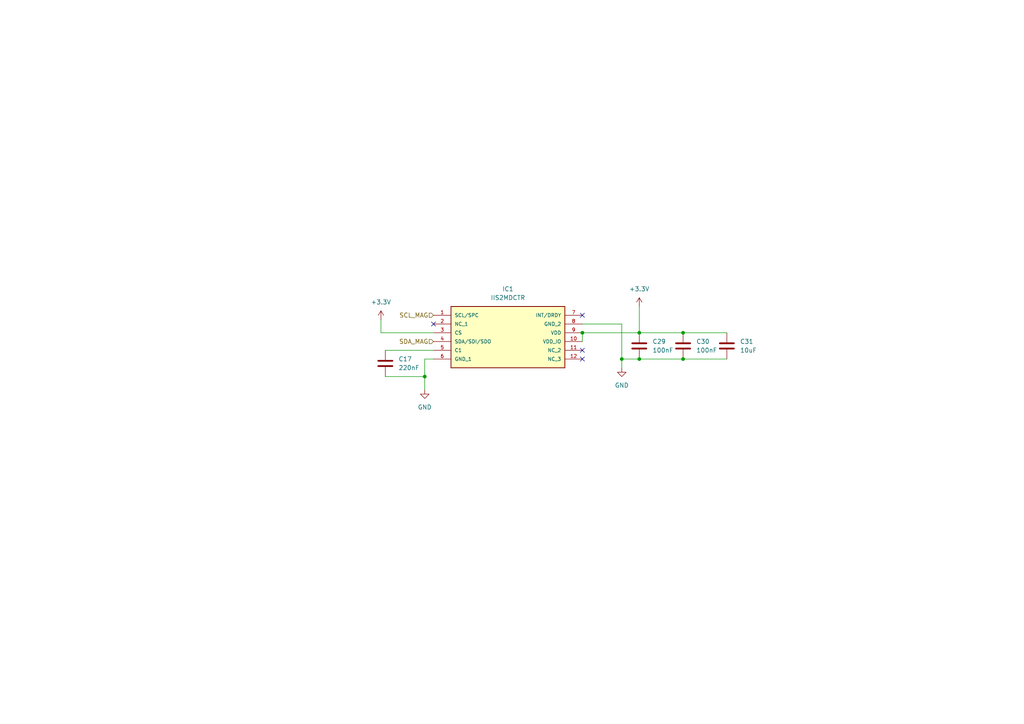
<source format=kicad_sch>
(kicad_sch (version 20250114) (generator "eeschema") (generator_version "9.0")
  (paper "A4")
  (lib_symbols
    (symbol "Device:C" (pin_numbers (hide yes)) (pin_names (offset 0.254))
      (property "Reference" "C" (at 0.635 2.54 0))
      (property "Value" "C" (at 0.635 -2.54 0))
      (symbol "C_0_1"
        (polyline (pts (xy -2.032 0.762) (xy 2.032 0.762)) (stroke (width 0.508)))
        (polyline (pts (xy -2.032 -0.762) (xy 2.032 -0.762)) (stroke (width 0.508)))
      )
      (symbol "C_1_1"
        (pin passive line (at 0 3.81 270) (length 2.794) (name "~") (number "1"))
        (pin passive line (at 0 -3.81 90) (length 2.794) (name "~") (number "2"))
      )
    )
    (symbol "IIS2MDCTR:IIS2MDCTR" (pin_names (offset 1.016))
      (property "Reference" "IC" (at 39.37 7.62 0))
      (property "Value" "IIS2MDCTR" (at 39.37 5.08 0))
      (symbol "IIS2MDCTR_0_0"
        (rectangle (start 5.08 -15.24) (end 38.1 2.54) (stroke (width 0.254)) (fill (type background)))
        (pin bidirectional line (at 0 0 0) (length 5.08) (name "SCL/SPC") (number "1"))
        (pin bidirectional line (at 0 -2.54 0) (length 5.08) (name "NC_1") (number "2"))
        (pin bidirectional line (at 0 -5.08 0) (length 5.08) (name "CS") (number "3"))
        (pin bidirectional line (at 0 -7.62 0) (length 5.08) (name "SDA/SDI/SDO") (number "4"))
        (pin bidirectional line (at 0 -10.16 0) (length 5.08) (name "C1") (number "5"))
        (pin bidirectional line (at 0 -12.7 0) (length 5.08) (name "GND_1") (number "6"))
        (pin bidirectional line (at 43.18 0 180) (length 5.08) (name "INT/DRDY") (number "7"))
        (pin bidirectional line (at 43.18 -2.54 180) (length 5.08) (name "GND_2") (number "8"))
        (pin bidirectional line (at 43.18 -5.08 180) (length 5.08) (name "VDD") (number "9"))
        (pin bidirectional line (at 43.18 -7.62 180) (length 5.08) (name "VDD_IO") (number "10"))
        (pin bidirectional line (at 43.18 -10.16 180) (length 5.08) (name "NC_2") (number "11"))
        (pin bidirectional line (at 43.18 -12.7 180) (length 5.08) (name "NC_3") (number "12"))
      )
    )
    (symbol "power:+3.3V" (power) (pin_numbers (hide yes)) (pin_names (offset 0) (hide yes))
      (property "Value" "+3.3V" (at 0 3.556 0))
      (symbol "+3.3V_0_1"
        (polyline (pts (xy -0.762 1.27) (xy 0 2.54)))
        (polyline (pts (xy 0 2.54) (xy 0.762 1.27)))
        (polyline (pts (xy 0 0) (xy 0 2.54)))
      )
      (symbol "+3.3V_1_1"
        (pin power_in line (at 0 0 90) (length 0) (name "~") (number "1"))
      )
    )
    (symbol "power:GND" (power) (pin_numbers (hide yes)) (pin_names (offset 0) (hide yes))
      (property "Value" "GND" (at 0 -3.81 0))
      (symbol "GND_0_1"
        (polyline (pts (xy 0 0) (xy 0 -1.27) (xy 1.27 -1.27) (xy 0 -2.54) (xy -1.27 -1.27) (xy 0 -1.27)))
      )
      (symbol "GND_1_1"
        (pin power_in line (at 0 0 270) (length 0) (name "~") (number "1"))
      )
    )
  )
  (junction (at 198.12 104.14))
  (junction (at 198.12 96.52))
  (junction (at 185.42 104.14))
  (junction (at 123.19 109.22))
  (junction (at 168.91 96.52))
  (junction (at 185.42 96.52))
  (junction (at 180.34 104.14))
  (no_connect (at 168.91 91.44))
  (no_connect (at 125.73 93.98))
  (no_connect (at 168.91 101.6))
  (no_connect (at 168.91 104.14))
  (wire (pts (xy 185.42 104.14) (xy 198.12 104.14)))
  (wire (pts (xy 180.34 93.98) (xy 180.34 104.14)))
  (wire (pts (xy 180.34 104.14) (xy 185.42 104.14)))
  (wire (pts (xy 198.12 96.52) (xy 210.82 96.52)))
  (wire (pts (xy 110.49 96.52) (xy 110.49 92.71)))
  (wire (pts (xy 123.19 109.22) (xy 123.19 104.14)))
  (wire (pts (xy 111.76 101.6) (xy 125.73 101.6)))
  (wire (pts (xy 198.12 104.14) (xy 210.82 104.14)))
  (wire (pts (xy 123.19 104.14) (xy 125.73 104.14)))
  (wire (pts (xy 185.42 88.9) (xy 185.42 96.52)))
  (wire (pts (xy 125.73 96.52) (xy 110.49 96.52)))
  (wire (pts (xy 168.91 96.52) (xy 168.91 99.06)))
  (wire (pts (xy 180.34 106.68) (xy 180.34 104.14)))
  (wire (pts (xy 111.76 109.22) (xy 123.19 109.22)))
  (wire (pts (xy 168.91 93.98) (xy 180.34 93.98)))
  (wire (pts (xy 185.42 96.52) (xy 198.12 96.52)))
  (wire (pts (xy 185.42 96.52) (xy 168.91 96.52)))
  (wire (pts (xy 123.19 113.03) (xy 123.19 109.22)))
  (hierarchical_label "SDA_MAG" (shape input) (at 125.73 99.06 180))
  (hierarchical_label "SCL_MAG" (shape input) (at 125.73 91.44 180))
  (symbol (lib_id "Device:C") (at 111.76 105.41 0) (unit 1)
    (property "Reference" "C17" (at 115.57 104.1399 0) (effects (justify left)))
    (property "Value" "220nF" (at 115.57 106.6799 0) (effects (justify left)))
    (property "Footprint" "Capacitor_SMD:C_0402_1005Metric" (effects (hide yes)))
    (property "Description" "Unpolarized capacitor" (effects (hide yes)))
  )
  (symbol (lib_id "power:+3.3V") (at 110.49 92.71 0) (unit 1)
    (property "Reference" "#PWR035" (effects (hide yes)))
    (property "Value" "+3.3V" (at 110.49 87.63 0))
    (property "Description" "Power symbol creates a global label with name \"+3.3V\"" (effects (hide yes)))
  )
  (symbol (lib_id "power:+3.3V") (at 185.42 88.9 0) (unit 1)
    (property "Reference" "#PWR056" (effects (hide yes)))
    (property "Value" "+3.3V" (at 185.42 83.82 0))
    (property "Description" "Power symbol creates a global label with name \"+3.3V\"" (effects (hide yes)))
  )
  (symbol (lib_id "IIS2MDCTR:IIS2MDCTR") (at 125.73 91.44 0) (unit 1)
    (property "Reference" "IC1" (at 147.32 83.82 0))
    (property "Value" "IIS2MDCTR" (at 147.32 86.36 0))
    (property "Footprint" "IIS2MDCTR:IIS2MDCTR" (effects (hide yes)))
    (property "MANUFACTURER_NAME" "STMicroelectronics" (effects (hide yes)))
    (property "MF" "STMicroelectronics" (effects (hide yes)))
    (property "MOUSER_PRICE-STOCK" "https://www.mouser.co.uk/ProductDetail/STMicroelectronics/IIS2MDCTR?qs=1mbolxNpo8ems1K%2FRdQzXg%3D%3D" (effects (hide yes)))
    (property "DESCRIPTION" "STMICROELECTRONICS - IIS2MDCTR - MEMS MODULE, 3-AXIS MAGNETOMETER, LGA-12" (effects (hide yes)))
    (property "MOUSER_PART_NUMBER" "511-IIS2MDCTR" (effects (hide yes)))
    (property "Price" "None" (effects (hide yes)))
    (property "Package" "LGA-12 STMicroelectronics" (effects (hide yes)))
    (property "Check_prices" "https://www.snapeda.com/parts/IIS2MDCTR/STMicroelectronics/view-part/?ref=eda" (effects (hide yes)))
    (property "HEIGHT" "0.7mm" (effects (hide yes)))
    (property "MP" "IIS2MDCTR" (effects (hide yes)))
    (property "SnapEDA_Link" "https://www.snapeda.com/parts/IIS2MDCTR/STMicroelectronics/view-part/?ref=snap" (effects (hide yes)))
    (property "ARROW_PRICE-STOCK" "https://www.arrow.com/en/products/iis2mdctr/stmicroelectronics?region=nac" (effects (hide yes)))
    (property "ARROW_PART_NUMBER" "IIS2MDCTR" (effects (hide yes)))
    (property "Description_1" "\n                        \n                            Magnetoresistive Sensor X, Y, Z Axis 12-LGA (2x2)\n                        \n" (effects (hide yes)))
    (property "Availability" "In Stock" (effects (hide yes)))
    (property "MANUFACTURER_PART_NUMBER" "IIS2MDCTR" (effects (hide yes)))
  )
  (symbol (lib_id "Device:C") (at 185.42 100.33 0) (unit 1)
    (property "Reference" "C29" (at 189.23 99.0599 0) (effects (justify left)))
    (property "Value" "100nF" (at 189.23 101.5999 0) (effects (justify left)))
    (property "Footprint" "Capacitor_SMD:C_0402_1005Metric" (effects (hide yes)))
    (property "Description" "Unpolarized capacitor" (effects (hide yes)))
  )
  (symbol (lib_id "power:GND") (at 123.19 113.03 0) (unit 1)
    (property "Reference" "#PWR033" (effects (hide yes)))
    (property "Value" "GND" (at 123.19 118.11 0))
    (property "Description" "Power symbol creates a global label with name \"GND\" , ground" (effects (hide yes)))
  )
  (symbol (lib_id "Device:C") (at 198.12 100.33 0) (unit 1)
    (property "Reference" "C30" (at 201.93 99.0599 0) (effects (justify left)))
    (property "Value" "100nF" (at 201.93 101.5999 0) (effects (justify left)))
    (property "Footprint" "Capacitor_SMD:C_0402_1005Metric" (effects (hide yes)))
    (property "Description" "Unpolarized capacitor" (effects (hide yes)))
  )
  (symbol (lib_id "Device:C") (at 210.82 100.33 0) (unit 1)
    (property "Reference" "C31" (at 214.63 99.0599 0) (effects (justify left)))
    (property "Value" "10uF" (at 214.63 101.5999 0) (effects (justify left)))
    (property "Footprint" "Capacitor_SMD:C_0201_0603Metric" (effects (hide yes)))
    (property "Description" "Unpolarized capacitor" (effects (hide yes)))
  )
  (symbol (lib_id "power:GND") (at 180.34 106.68 0) (unit 1)
    (property "Reference" "#PWR034" (effects (hide yes)))
    (property "Value" "GND" (at 180.34 111.76 0))
    (property "Description" "Power symbol creates a global label with name \"GND\" , ground" (effects (hide yes)))
  )
)
</source>
